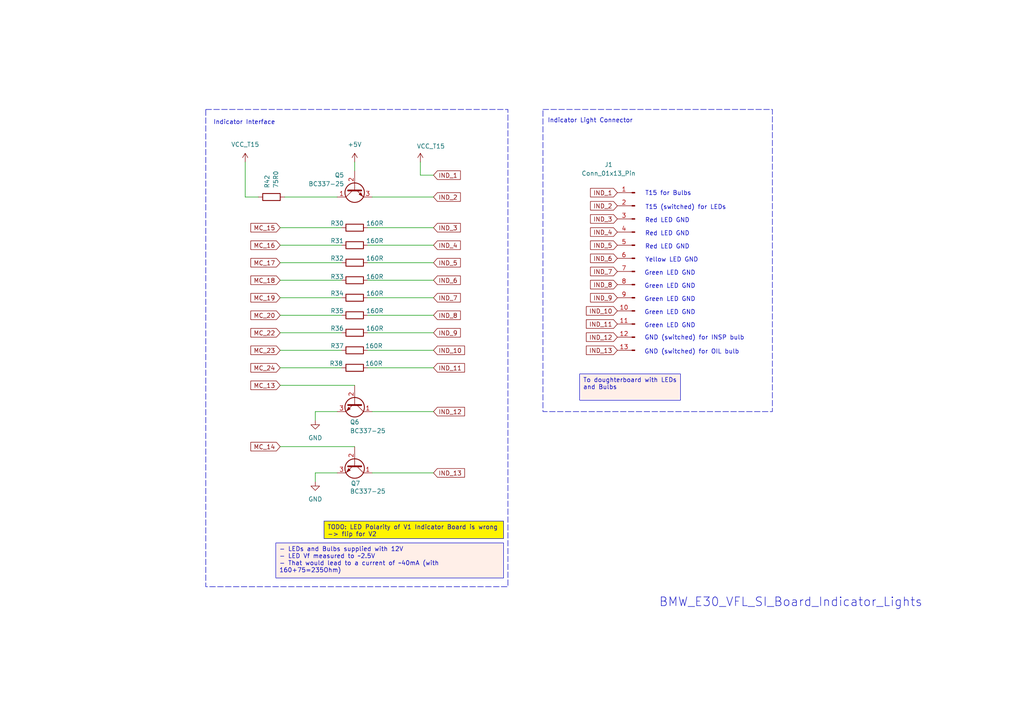
<source format=kicad_sch>
(kicad_sch
	(version 20231120)
	(generator "eeschema")
	(generator_version "8.0")
	(uuid "56518181-8acb-46fe-a753-c2f2479bc2ce")
	(paper "A4")
	(title_block
		(title "BMW E30 Pre-Facelift SI Board")
		(date "2024-06-15")
		(rev "2")
	)
	(lib_symbols
		(symbol "Connector:Conn_01x13_Pin"
			(pin_names
				(offset 1.016) hide)
			(exclude_from_sim no)
			(in_bom yes)
			(on_board yes)
			(property "Reference" "J1"
				(at 3.048 27.686 0)
				(effects
					(font
						(size 1.27 1.27)
					)
				)
			)
			(property "Value" "Conn_01x13_Pin"
				(at 3.048 25.146 0)
				(effects
					(font
						(size 1.27 1.27)
					)
				)
			)
			(property "Footprint" "Connector_PinHeader_2.54mm:PinHeader_1x13_P2.54mm_Vertical"
				(at 0.762 20.32 0)
				(effects
					(font
						(size 1.27 1.27)
					)
					(hide yes)
				)
			)
			(property "Datasheet" "~"
				(at 0 -7.62 0)
				(effects
					(font
						(size 1.27 1.27)
					)
					(hide yes)
				)
			)
			(property "Description" "Generic connector, single row, 01x13, script generated"
				(at 0 18.542 0)
				(effects
					(font
						(size 1.27 1.27)
					)
					(hide yes)
				)
			)
			(property "ki_keywords" "connector"
				(at 0 0 0)
				(effects
					(font
						(size 1.27 1.27)
					)
					(hide yes)
				)
			)
			(property "ki_fp_filters" "Connector*:*_1x??_*"
				(at 0 0 0)
				(effects
					(font
						(size 1.27 1.27)
					)
					(hide yes)
				)
			)
			(symbol "Conn_01x13_Pin_1_1"
				(polyline
					(pts
						(xy 1.27 -30.48) (xy 0.8636 -30.48)
					)
					(stroke
						(width 0.1524)
						(type default)
					)
					(fill
						(type none)
					)
				)
				(polyline
					(pts
						(xy 1.27 -26.67) (xy 0.8636 -26.67)
					)
					(stroke
						(width 0.1524)
						(type default)
					)
					(fill
						(type none)
					)
				)
				(polyline
					(pts
						(xy 1.27 -22.86) (xy 0.8636 -22.86)
					)
					(stroke
						(width 0.1524)
						(type default)
					)
					(fill
						(type none)
					)
				)
				(polyline
					(pts
						(xy 1.27 -19.05) (xy 0.8636 -19.05)
					)
					(stroke
						(width 0.1524)
						(type default)
					)
					(fill
						(type none)
					)
				)
				(polyline
					(pts
						(xy 1.27 -15.24) (xy 0.8636 -15.24)
					)
					(stroke
						(width 0.1524)
						(type default)
					)
					(fill
						(type none)
					)
				)
				(polyline
					(pts
						(xy 1.27 -11.43) (xy 0.8636 -11.43)
					)
					(stroke
						(width 0.1524)
						(type default)
					)
					(fill
						(type none)
					)
				)
				(polyline
					(pts
						(xy 1.27 -7.62) (xy 0.8636 -7.62)
					)
					(stroke
						(width 0.1524)
						(type default)
					)
					(fill
						(type none)
					)
				)
				(polyline
					(pts
						(xy 1.27 -3.81) (xy 0.8636 -3.81)
					)
					(stroke
						(width 0.1524)
						(type default)
					)
					(fill
						(type none)
					)
				)
				(polyline
					(pts
						(xy 1.27 0) (xy 0.8636 0)
					)
					(stroke
						(width 0.1524)
						(type default)
					)
					(fill
						(type none)
					)
				)
				(polyline
					(pts
						(xy 1.27 3.81) (xy 0.8636 3.81)
					)
					(stroke
						(width 0.1524)
						(type default)
					)
					(fill
						(type none)
					)
				)
				(polyline
					(pts
						(xy 1.27 7.62) (xy 0.8636 7.62)
					)
					(stroke
						(width 0.1524)
						(type default)
					)
					(fill
						(type none)
					)
				)
				(polyline
					(pts
						(xy 1.27 11.43) (xy 0.8636 11.43)
					)
					(stroke
						(width 0.1524)
						(type default)
					)
					(fill
						(type none)
					)
				)
				(polyline
					(pts
						(xy 1.27 15.24) (xy 0.8636 15.24)
					)
					(stroke
						(width 0.1524)
						(type default)
					)
					(fill
						(type none)
					)
				)
				(rectangle
					(start 0.8636 -30.353)
					(end 0 -30.607)
					(stroke
						(width 0.1524)
						(type default)
					)
					(fill
						(type outline)
					)
				)
				(rectangle
					(start 0.8636 -26.543)
					(end 0 -26.797)
					(stroke
						(width 0.1524)
						(type default)
					)
					(fill
						(type outline)
					)
				)
				(rectangle
					(start 0.8636 -22.733)
					(end 0 -22.987)
					(stroke
						(width 0.1524)
						(type default)
					)
					(fill
						(type outline)
					)
				)
				(rectangle
					(start 0.8636 -18.923)
					(end 0 -19.177)
					(stroke
						(width 0.1524)
						(type default)
					)
					(fill
						(type outline)
					)
				)
				(rectangle
					(start 0.8636 -15.113)
					(end 0 -15.367)
					(stroke
						(width 0.1524)
						(type default)
					)
					(fill
						(type outline)
					)
				)
				(rectangle
					(start 0.8636 -11.303)
					(end 0 -11.557)
					(stroke
						(width 0.1524)
						(type default)
					)
					(fill
						(type outline)
					)
				)
				(rectangle
					(start 0.8636 -7.493)
					(end 0 -7.747)
					(stroke
						(width 0.1524)
						(type default)
					)
					(fill
						(type outline)
					)
				)
				(rectangle
					(start 0.8636 -3.683)
					(end 0 -3.937)
					(stroke
						(width 0.1524)
						(type default)
					)
					(fill
						(type outline)
					)
				)
				(rectangle
					(start 0.8636 0.127)
					(end 0 -0.127)
					(stroke
						(width 0.1524)
						(type default)
					)
					(fill
						(type outline)
					)
				)
				(rectangle
					(start 0.8636 3.937)
					(end 0 3.683)
					(stroke
						(width 0.1524)
						(type default)
					)
					(fill
						(type outline)
					)
				)
				(rectangle
					(start 0.8636 7.747)
					(end 0 7.493)
					(stroke
						(width 0.1524)
						(type default)
					)
					(fill
						(type outline)
					)
				)
				(rectangle
					(start 0.8636 11.557)
					(end 0 11.303)
					(stroke
						(width 0.1524)
						(type default)
					)
					(fill
						(type outline)
					)
				)
				(rectangle
					(start 0.8636 15.367)
					(end 0 15.113)
					(stroke
						(width 0.1524)
						(type default)
					)
					(fill
						(type outline)
					)
				)
				(pin passive line
					(at 5.08 15.24 180)
					(length 3.81)
					(name "GND_BULB"
						(effects
							(font
								(size 1.27 1.27)
							)
						)
					)
					(number "1"
						(effects
							(font
								(size 1.27 1.27)
							)
						)
					)
				)
				(pin passive line
					(at 5.08 -19.05 180)
					(length 3.81)
					(name "LED_G2"
						(effects
							(font
								(size 1.27 1.27)
							)
						)
					)
					(number "10"
						(effects
							(font
								(size 1.27 1.27)
							)
						)
					)
				)
				(pin passive line
					(at 5.08 -22.86 180)
					(length 3.81)
					(name "LED_G1"
						(effects
							(font
								(size 1.27 1.27)
							)
						)
					)
					(number "11"
						(effects
							(font
								(size 1.27 1.27)
							)
						)
					)
				)
				(pin passive line
					(at 5.08 -26.67 180)
					(length 3.81)
					(name "BULB_INSPECTION"
						(effects
							(font
								(size 1.27 1.27)
							)
						)
					)
					(number "12"
						(effects
							(font
								(size 1.27 1.27)
							)
						)
					)
				)
				(pin passive line
					(at 5.08 -30.48 180)
					(length 3.81)
					(name "BULB_OILSERVICE"
						(effects
							(font
								(size 1.27 1.27)
							)
						)
					)
					(number "13"
						(effects
							(font
								(size 1.27 1.27)
							)
						)
					)
				)
				(pin passive line
					(at 5.08 11.43 180)
					(length 3.81)
					(name "GND_LED"
						(effects
							(font
								(size 1.27 1.27)
							)
						)
					)
					(number "2"
						(effects
							(font
								(size 1.27 1.27)
							)
						)
					)
				)
				(pin passive line
					(at 5.08 7.62 180)
					(length 3.81)
					(name "LED_R3"
						(effects
							(font
								(size 1.27 1.27)
							)
						)
					)
					(number "3"
						(effects
							(font
								(size 1.27 1.27)
							)
						)
					)
				)
				(pin passive line
					(at 5.08 3.81 180)
					(length 3.81)
					(name "LED_R2"
						(effects
							(font
								(size 1.27 1.27)
							)
						)
					)
					(number "4"
						(effects
							(font
								(size 1.27 1.27)
							)
						)
					)
				)
				(pin passive line
					(at 5.08 0 180)
					(length 3.81)
					(name "LED_R1"
						(effects
							(font
								(size 1.27 1.27)
							)
						)
					)
					(number "5"
						(effects
							(font
								(size 1.27 1.27)
							)
						)
					)
				)
				(pin passive line
					(at 5.08 -3.81 180)
					(length 3.81)
					(name "LED_Y"
						(effects
							(font
								(size 1.27 1.27)
							)
						)
					)
					(number "6"
						(effects
							(font
								(size 1.27 1.27)
							)
						)
					)
				)
				(pin passive line
					(at 5.08 -7.62 180)
					(length 3.81)
					(name "LED_G5"
						(effects
							(font
								(size 1.27 1.27)
							)
						)
					)
					(number "7"
						(effects
							(font
								(size 1.27 1.27)
							)
						)
					)
				)
				(pin passive line
					(at 5.08 -11.43 180)
					(length 3.81)
					(name "LED_G4"
						(effects
							(font
								(size 1.27 1.27)
							)
						)
					)
					(number "8"
						(effects
							(font
								(size 1.27 1.27)
							)
						)
					)
				)
				(pin passive line
					(at 5.08 -15.24 180)
					(length 3.81)
					(name "LED_G3"
						(effects
							(font
								(size 1.27 1.27)
							)
						)
					)
					(number "9"
						(effects
							(font
								(size 1.27 1.27)
							)
						)
					)
				)
			)
		)
		(symbol "Device:R"
			(pin_numbers hide)
			(pin_names
				(offset 0)
			)
			(exclude_from_sim no)
			(in_bom yes)
			(on_board yes)
			(property "Reference" "R"
				(at 2.032 0 90)
				(effects
					(font
						(size 1.27 1.27)
					)
				)
			)
			(property "Value" "R"
				(at 0 0 90)
				(effects
					(font
						(size 1.27 1.27)
					)
				)
			)
			(property "Footprint" ""
				(at -1.778 0 90)
				(effects
					(font
						(size 1.27 1.27)
					)
					(hide yes)
				)
			)
			(property "Datasheet" "~"
				(at 0 0 0)
				(effects
					(font
						(size 1.27 1.27)
					)
					(hide yes)
				)
			)
			(property "Description" "Resistor"
				(at 0 0 0)
				(effects
					(font
						(size 1.27 1.27)
					)
					(hide yes)
				)
			)
			(property "ki_keywords" "R res resistor"
				(at 0 0 0)
				(effects
					(font
						(size 1.27 1.27)
					)
					(hide yes)
				)
			)
			(property "ki_fp_filters" "R_*"
				(at 0 0 0)
				(effects
					(font
						(size 1.27 1.27)
					)
					(hide yes)
				)
			)
			(symbol "R_0_1"
				(rectangle
					(start -1.016 -2.54)
					(end 1.016 2.54)
					(stroke
						(width 0.254)
						(type default)
					)
					(fill
						(type none)
					)
				)
			)
			(symbol "R_1_1"
				(pin passive line
					(at 0 3.81 270)
					(length 1.27)
					(name "~"
						(effects
							(font
								(size 1.27 1.27)
							)
						)
					)
					(number "1"
						(effects
							(font
								(size 1.27 1.27)
							)
						)
					)
				)
				(pin passive line
					(at 0 -3.81 90)
					(length 1.27)
					(name "~"
						(effects
							(font
								(size 1.27 1.27)
							)
						)
					)
					(number "2"
						(effects
							(font
								(size 1.27 1.27)
							)
						)
					)
				)
			)
		)
		(symbol "Transistor_BJT:BC337"
			(pin_names
				(offset 0) hide)
			(exclude_from_sim no)
			(in_bom yes)
			(on_board yes)
			(property "Reference" "Q"
				(at 5.08 1.905 0)
				(effects
					(font
						(size 1.27 1.27)
					)
					(justify left)
				)
			)
			(property "Value" "BC337"
				(at 5.08 0 0)
				(effects
					(font
						(size 1.27 1.27)
					)
					(justify left)
				)
			)
			(property "Footprint" "Package_TO_SOT_THT:TO-92_Inline"
				(at 5.08 -1.905 0)
				(effects
					(font
						(size 1.27 1.27)
						(italic yes)
					)
					(justify left)
					(hide yes)
				)
			)
			(property "Datasheet" "https://diotec.com/tl_files/diotec/files/pdf/datasheets/bc337.pdf"
				(at 0 0 0)
				(effects
					(font
						(size 1.27 1.27)
					)
					(justify left)
					(hide yes)
				)
			)
			(property "Description" "0.8A Ic, 45V Vce, NPN Transistor, TO-92"
				(at 0 0 0)
				(effects
					(font
						(size 1.27 1.27)
					)
					(hide yes)
				)
			)
			(property "ki_keywords" "NPN Transistor"
				(at 0 0 0)
				(effects
					(font
						(size 1.27 1.27)
					)
					(hide yes)
				)
			)
			(property "ki_fp_filters" "TO?92*"
				(at 0 0 0)
				(effects
					(font
						(size 1.27 1.27)
					)
					(hide yes)
				)
			)
			(symbol "BC337_0_1"
				(polyline
					(pts
						(xy 0 0) (xy 0.635 0)
					)
					(stroke
						(width 0)
						(type default)
					)
					(fill
						(type none)
					)
				)
				(polyline
					(pts
						(xy 0.635 0.635) (xy 2.54 2.54)
					)
					(stroke
						(width 0)
						(type default)
					)
					(fill
						(type none)
					)
				)
				(polyline
					(pts
						(xy 0.635 -0.635) (xy 2.54 -2.54) (xy 2.54 -2.54)
					)
					(stroke
						(width 0)
						(type default)
					)
					(fill
						(type none)
					)
				)
				(polyline
					(pts
						(xy 0.635 1.905) (xy 0.635 -1.905) (xy 0.635 -1.905)
					)
					(stroke
						(width 0.508)
						(type default)
					)
					(fill
						(type none)
					)
				)
				(polyline
					(pts
						(xy 1.27 -1.778) (xy 1.778 -1.27) (xy 2.286 -2.286) (xy 1.27 -1.778) (xy 1.27 -1.778)
					)
					(stroke
						(width 0)
						(type default)
					)
					(fill
						(type outline)
					)
				)
				(circle
					(center 1.27 0)
					(radius 2.8194)
					(stroke
						(width 0.254)
						(type default)
					)
					(fill
						(type none)
					)
				)
			)
			(symbol "BC337_1_1"
				(pin passive line
					(at 2.54 5.08 270)
					(length 2.54)
					(name "C"
						(effects
							(font
								(size 1.27 1.27)
							)
						)
					)
					(number "1"
						(effects
							(font
								(size 1.27 1.27)
							)
						)
					)
				)
				(pin input line
					(at -5.08 0 0)
					(length 5.08)
					(name "B"
						(effects
							(font
								(size 1.27 1.27)
							)
						)
					)
					(number "2"
						(effects
							(font
								(size 1.27 1.27)
							)
						)
					)
				)
				(pin passive line
					(at 2.54 -5.08 90)
					(length 2.54)
					(name "E"
						(effects
							(font
								(size 1.27 1.27)
							)
						)
					)
					(number "3"
						(effects
							(font
								(size 1.27 1.27)
							)
						)
					)
				)
			)
		)
		(symbol "power:+5V"
			(power)
			(pin_numbers hide)
			(pin_names
				(offset 0) hide)
			(exclude_from_sim no)
			(in_bom yes)
			(on_board yes)
			(property "Reference" "#PWR"
				(at 0 -3.81 0)
				(effects
					(font
						(size 1.27 1.27)
					)
					(hide yes)
				)
			)
			(property "Value" "+5V"
				(at 0 3.556 0)
				(effects
					(font
						(size 1.27 1.27)
					)
				)
			)
			(property "Footprint" ""
				(at 0 0 0)
				(effects
					(font
						(size 1.27 1.27)
					)
					(hide yes)
				)
			)
			(property "Datasheet" ""
				(at 0 0 0)
				(effects
					(font
						(size 1.27 1.27)
					)
					(hide yes)
				)
			)
			(property "Description" "Power symbol creates a global label with name \"+5V\""
				(at 0 0 0)
				(effects
					(font
						(size 1.27 1.27)
					)
					(hide yes)
				)
			)
			(property "ki_keywords" "global power"
				(at 0 0 0)
				(effects
					(font
						(size 1.27 1.27)
					)
					(hide yes)
				)
			)
			(symbol "+5V_0_1"
				(polyline
					(pts
						(xy -0.762 1.27) (xy 0 2.54)
					)
					(stroke
						(width 0)
						(type default)
					)
					(fill
						(type none)
					)
				)
				(polyline
					(pts
						(xy 0 0) (xy 0 2.54)
					)
					(stroke
						(width 0)
						(type default)
					)
					(fill
						(type none)
					)
				)
				(polyline
					(pts
						(xy 0 2.54) (xy 0.762 1.27)
					)
					(stroke
						(width 0)
						(type default)
					)
					(fill
						(type none)
					)
				)
			)
			(symbol "+5V_1_1"
				(pin power_in line
					(at 0 0 90)
					(length 0)
					(name "~"
						(effects
							(font
								(size 1.27 1.27)
							)
						)
					)
					(number "1"
						(effects
							(font
								(size 1.27 1.27)
							)
						)
					)
				)
			)
		)
		(symbol "power:GND"
			(power)
			(pin_numbers hide)
			(pin_names
				(offset 0) hide)
			(exclude_from_sim no)
			(in_bom yes)
			(on_board yes)
			(property "Reference" "#PWR"
				(at 0 -6.35 0)
				(effects
					(font
						(size 1.27 1.27)
					)
					(hide yes)
				)
			)
			(property "Value" "GND"
				(at 0 -3.81 0)
				(effects
					(font
						(size 1.27 1.27)
					)
				)
			)
			(property "Footprint" ""
				(at 0 0 0)
				(effects
					(font
						(size 1.27 1.27)
					)
					(hide yes)
				)
			)
			(property "Datasheet" ""
				(at 0 0 0)
				(effects
					(font
						(size 1.27 1.27)
					)
					(hide yes)
				)
			)
			(property "Description" "Power symbol creates a global label with name \"GND\" , ground"
				(at 0 0 0)
				(effects
					(font
						(size 1.27 1.27)
					)
					(hide yes)
				)
			)
			(property "ki_keywords" "global power"
				(at 0 0 0)
				(effects
					(font
						(size 1.27 1.27)
					)
					(hide yes)
				)
			)
			(symbol "GND_0_1"
				(polyline
					(pts
						(xy 0 0) (xy 0 -1.27) (xy 1.27 -1.27) (xy 0 -2.54) (xy -1.27 -1.27) (xy 0 -1.27)
					)
					(stroke
						(width 0)
						(type default)
					)
					(fill
						(type none)
					)
				)
			)
			(symbol "GND_1_1"
				(pin power_in line
					(at 0 0 270)
					(length 0)
					(name "~"
						(effects
							(font
								(size 1.27 1.27)
							)
						)
					)
					(number "1"
						(effects
							(font
								(size 1.27 1.27)
							)
						)
					)
				)
			)
		)
		(symbol "power:VCC"
			(power)
			(pin_numbers hide)
			(pin_names
				(offset 0) hide)
			(exclude_from_sim no)
			(in_bom yes)
			(on_board yes)
			(property "Reference" "#PWR"
				(at 0 -3.81 0)
				(effects
					(font
						(size 1.27 1.27)
					)
					(hide yes)
				)
			)
			(property "Value" "VCC"
				(at 0 3.556 0)
				(effects
					(font
						(size 1.27 1.27)
					)
				)
			)
			(property "Footprint" ""
				(at 0 0 0)
				(effects
					(font
						(size 1.27 1.27)
					)
					(hide yes)
				)
			)
			(property "Datasheet" ""
				(at 0 0 0)
				(effects
					(font
						(size 1.27 1.27)
					)
					(hide yes)
				)
			)
			(property "Description" "Power symbol creates a global label with name \"VCC\""
				(at 0 0 0)
				(effects
					(font
						(size 1.27 1.27)
					)
					(hide yes)
				)
			)
			(property "ki_keywords" "global power"
				(at 0 0 0)
				(effects
					(font
						(size 1.27 1.27)
					)
					(hide yes)
				)
			)
			(symbol "VCC_0_1"
				(polyline
					(pts
						(xy -0.762 1.27) (xy 0 2.54)
					)
					(stroke
						(width 0)
						(type default)
					)
					(fill
						(type none)
					)
				)
				(polyline
					(pts
						(xy 0 0) (xy 0 2.54)
					)
					(stroke
						(width 0)
						(type default)
					)
					(fill
						(type none)
					)
				)
				(polyline
					(pts
						(xy 0 2.54) (xy 0.762 1.27)
					)
					(stroke
						(width 0)
						(type default)
					)
					(fill
						(type none)
					)
				)
			)
			(symbol "VCC_1_1"
				(pin power_in line
					(at 0 0 90)
					(length 0)
					(name "~"
						(effects
							(font
								(size 1.27 1.27)
							)
						)
					)
					(number "1"
						(effects
							(font
								(size 1.27 1.27)
							)
						)
					)
				)
			)
		)
	)
	(wire
		(pts
			(xy 107.95 119.38) (xy 125.73 119.38)
		)
		(stroke
			(width 0)
			(type default)
		)
		(uuid "0ad8b2d0-0980-4f61-98c9-7aa8bbf9e1f8")
	)
	(wire
		(pts
			(xy 106.68 96.52) (xy 125.73 96.52)
		)
		(stroke
			(width 0)
			(type default)
		)
		(uuid "136a7fb5-b7e5-4391-aabd-9be64de7e9be")
	)
	(wire
		(pts
			(xy 82.55 57.15) (xy 97.79 57.15)
		)
		(stroke
			(width 0)
			(type default)
		)
		(uuid "15ed0654-c0d4-486a-a94c-a084610750c1")
	)
	(wire
		(pts
			(xy 71.12 57.15) (xy 74.93 57.15)
		)
		(stroke
			(width 0)
			(type default)
		)
		(uuid "3168be44-20da-42ea-9da5-a22b7db08557")
	)
	(wire
		(pts
			(xy 81.28 91.44) (xy 99.06 91.44)
		)
		(stroke
			(width 0)
			(type default)
		)
		(uuid "368d5191-d16a-4f62-87a4-b6db2106e7e6")
	)
	(wire
		(pts
			(xy 106.68 66.04) (xy 125.73 66.04)
		)
		(stroke
			(width 0)
			(type default)
		)
		(uuid "3a87217a-0e4d-4c85-b224-211d6a59ecf9")
	)
	(wire
		(pts
			(xy 81.28 66.04) (xy 99.06 66.04)
		)
		(stroke
			(width 0)
			(type default)
		)
		(uuid "3d8f8241-bccf-4d72-babf-f92029a16d7c")
	)
	(wire
		(pts
			(xy 81.28 96.52) (xy 99.06 96.52)
		)
		(stroke
			(width 0)
			(type default)
		)
		(uuid "41c65992-ccb2-4d53-b2b6-82b094221b3b")
	)
	(wire
		(pts
			(xy 81.28 129.54) (xy 102.87 129.54)
		)
		(stroke
			(width 0)
			(type default)
		)
		(uuid "4802e7aa-0010-43f6-b786-f5b93ea6c3f7")
	)
	(wire
		(pts
			(xy 106.68 81.28) (xy 125.73 81.28)
		)
		(stroke
			(width 0)
			(type default)
		)
		(uuid "60c21e26-53f7-4304-8b5b-697a88822639")
	)
	(wire
		(pts
			(xy 91.44 119.38) (xy 91.44 121.92)
		)
		(stroke
			(width 0)
			(type default)
		)
		(uuid "62bd0ca3-10e8-4cbe-a194-24748f8103f1")
	)
	(wire
		(pts
			(xy 97.79 137.16) (xy 91.44 137.16)
		)
		(stroke
			(width 0)
			(type default)
		)
		(uuid "7726d92b-e9bc-4884-a6ef-ebf9d444a89d")
	)
	(wire
		(pts
			(xy 81.28 86.36) (xy 99.06 86.36)
		)
		(stroke
			(width 0)
			(type default)
		)
		(uuid "79790e2f-3ef0-4e33-918e-f21c081ea700")
	)
	(wire
		(pts
			(xy 81.28 76.2) (xy 99.06 76.2)
		)
		(stroke
			(width 0)
			(type default)
		)
		(uuid "7ccee2d7-98cb-4fcc-bcb7-b4ea8911c8e2")
	)
	(wire
		(pts
			(xy 107.95 137.16) (xy 125.73 137.16)
		)
		(stroke
			(width 0)
			(type default)
		)
		(uuid "8192ef4a-8a1c-4280-ab55-63beef90a2dc")
	)
	(wire
		(pts
			(xy 121.92 50.8) (xy 121.92 46.99)
		)
		(stroke
			(width 0)
			(type default)
		)
		(uuid "8253febc-890c-40be-bffa-5011a5cd2b05")
	)
	(wire
		(pts
			(xy 81.28 81.28) (xy 99.06 81.28)
		)
		(stroke
			(width 0)
			(type default)
		)
		(uuid "86945329-6a0c-48ca-9119-8bafe840ddfd")
	)
	(wire
		(pts
			(xy 106.68 86.36) (xy 125.73 86.36)
		)
		(stroke
			(width 0)
			(type default)
		)
		(uuid "8b374c63-bb4d-4718-aa82-992ba043f005")
	)
	(wire
		(pts
			(xy 106.68 106.68) (xy 125.73 106.68)
		)
		(stroke
			(width 0)
			(type default)
		)
		(uuid "8f8d1d3d-b0a1-4d6b-8abe-8595d22fb5c0")
	)
	(wire
		(pts
			(xy 106.68 71.12) (xy 125.73 71.12)
		)
		(stroke
			(width 0)
			(type default)
		)
		(uuid "95e50f84-35c5-4a3f-97cc-e5e4e9ff107d")
	)
	(wire
		(pts
			(xy 81.28 101.6) (xy 99.06 101.6)
		)
		(stroke
			(width 0)
			(type default)
		)
		(uuid "a242f5fe-2a45-41df-a1ef-d892ce14e2f9")
	)
	(wire
		(pts
			(xy 106.68 91.44) (xy 125.73 91.44)
		)
		(stroke
			(width 0)
			(type default)
		)
		(uuid "a8f171ef-7881-42e7-968e-9b0cc7b0d59c")
	)
	(wire
		(pts
			(xy 81.28 71.12) (xy 99.06 71.12)
		)
		(stroke
			(width 0)
			(type default)
		)
		(uuid "b3921ff8-430c-4439-ab47-b840b6b75051")
	)
	(wire
		(pts
			(xy 107.95 57.15) (xy 125.73 57.15)
		)
		(stroke
			(width 0)
			(type default)
		)
		(uuid "c83f74f5-82a1-472b-a6eb-639d26d3eb85")
	)
	(wire
		(pts
			(xy 106.68 76.2) (xy 125.73 76.2)
		)
		(stroke
			(width 0)
			(type default)
		)
		(uuid "ccbabd58-52ca-4057-b4ca-3ce3d2a5d538")
	)
	(wire
		(pts
			(xy 81.28 106.68) (xy 99.06 106.68)
		)
		(stroke
			(width 0)
			(type default)
		)
		(uuid "d3b1ffd6-c1a0-4645-9d41-d5a497cd67a0")
	)
	(wire
		(pts
			(xy 121.92 50.8) (xy 125.73 50.8)
		)
		(stroke
			(width 0)
			(type default)
		)
		(uuid "deeab47a-d13e-4723-a685-3e1310f4fd53")
	)
	(wire
		(pts
			(xy 106.68 101.6) (xy 125.73 101.6)
		)
		(stroke
			(width 0)
			(type default)
		)
		(uuid "e5707f22-d90f-47a9-9ec6-c1e3f99dec23")
	)
	(wire
		(pts
			(xy 71.12 46.99) (xy 71.12 57.15)
		)
		(stroke
			(width 0)
			(type default)
		)
		(uuid "e902b336-d02a-48fa-a0d2-f10a1bae3007")
	)
	(wire
		(pts
			(xy 91.44 119.38) (xy 97.79 119.38)
		)
		(stroke
			(width 0)
			(type default)
		)
		(uuid "ed6c95f5-2399-4286-9747-f6165b70afd9")
	)
	(wire
		(pts
			(xy 81.28 111.76) (xy 102.87 111.76)
		)
		(stroke
			(width 0)
			(type default)
		)
		(uuid "f80dc7f6-36a7-4016-b413-f6a0bc0c42b0")
	)
	(wire
		(pts
			(xy 91.44 137.16) (xy 91.44 139.7)
		)
		(stroke
			(width 0)
			(type default)
		)
		(uuid "f96371a4-ccfc-43ee-847a-f8a8077b5d40")
	)
	(wire
		(pts
			(xy 102.87 46.99) (xy 102.87 49.53)
		)
		(stroke
			(width 0)
			(type default)
		)
		(uuid "fdeaa2ac-86c6-4fa7-b742-12bfe9fa60cd")
	)
	(rectangle
		(start 157.48 31.75)
		(end 224.028 119.38)
		(stroke
			(width 0)
			(type dash)
		)
		(fill
			(type none)
		)
		(uuid 046f71bb-e16f-4451-a5b7-350c2fe4bdbe)
	)
	(rectangle
		(start 59.69 31.75)
		(end 147.32 170.18)
		(stroke
			(width 0)
			(type dash)
		)
		(fill
			(type none)
		)
		(uuid 611be2a0-707a-4234-abe9-61fd667303f3)
	)
	(text_box "TODO: LED Polarity of V1 Indicator Board is wrong \n-> flip for V2"
		(exclude_from_sim no)
		(at 93.98 151.13 0)
		(size 52.07 5.08)
		(stroke
			(width 0)
			(type default)
		)
		(fill
			(type color)
			(color 255 244 0 1)
		)
		(effects
			(font
				(size 1.27 1.27)
			)
			(justify left top)
		)
		(uuid "84c3434a-7177-454a-b0af-89b1be5ad7b9")
	)
	(text_box "To doughterboard with LEDs and Bulbs"
		(exclude_from_sim no)
		(at 168.148 108.458 0)
		(size 29.21 7.62)
		(stroke
			(width 0)
			(type default)
		)
		(fill
			(type color)
			(color 255 239 232 1)
		)
		(effects
			(font
				(size 1.27 1.27)
			)
			(justify left top)
		)
		(uuid "dac20b14-005c-4666-af12-1e79e2510d92")
	)
	(text_box "- LEDs and Bulbs supplied with 12V\n- LED Vf measured to ~2.5V\n- That would lead to a current of ~40mA (with 160+75=235Ohm)"
		(exclude_from_sim no)
		(at 80.01 157.48 0)
		(size 66.04 10.16)
		(stroke
			(width 0)
			(type default)
		)
		(fill
			(type color)
			(color 255 239 232 1)
		)
		(effects
			(font
				(size 1.27 1.27)
			)
			(justify left top)
		)
		(uuid "e321241d-5a40-4526-863f-5b2650f8a613")
	)
	(text "Indicator Interface\n"
		(exclude_from_sim no)
		(at 70.866 35.56 0)
		(effects
			(font
				(size 1.27 1.27)
			)
		)
		(uuid "0cb22d61-ca4c-4999-833c-f6a062ac6d89")
	)
	(text "Indicator Light Connector"
		(exclude_from_sim no)
		(at 171.196 35.052 0)
		(effects
			(font
				(size 1.27 1.27)
			)
		)
		(uuid "0e53c823-6676-43a1-b24f-b4e486b9d552")
	)
	(text "GND (switched) for INSP bulb"
		(exclude_from_sim no)
		(at 201.422 98.044 0)
		(effects
			(font
				(size 1.27 1.27)
			)
		)
		(uuid "13157ea6-675d-4255-afb9-fe8e61e1ef35")
	)
	(text "Green LED GND"
		(exclude_from_sim no)
		(at 194.31 86.868 0)
		(effects
			(font
				(size 1.27 1.27)
			)
		)
		(uuid "1c69a037-dabc-4caa-98b6-3ff71068073f")
	)
	(text "GND (switched) for OIL bulb"
		(exclude_from_sim no)
		(at 200.66 102.108 0)
		(effects
			(font
				(size 1.27 1.27)
			)
		)
		(uuid "425c09fc-caa5-4026-8adb-b356f98db8f3")
	)
	(text "BMW_E30_VFL_SI_Board_Indicator_Lights"
		(exclude_from_sim no)
		(at 229.362 174.752 0)
		(effects
			(font
				(size 2.54 2.54)
			)
		)
		(uuid "5e3eb494-49d5-4a0c-bfb9-ebeffe941eb0")
	)
	(text "Green LED GND"
		(exclude_from_sim no)
		(at 194.31 90.678 0)
		(effects
			(font
				(size 1.27 1.27)
			)
		)
		(uuid "71eadfa1-ebea-46e8-b616-7256492e76d2")
	)
	(text "Red LED GND\n"
		(exclude_from_sim no)
		(at 193.548 67.818 0)
		(effects
			(font
				(size 1.27 1.27)
			)
		)
		(uuid "773e661d-50c9-47c0-a541-30aefa7b7b68")
	)
	(text "Yellow LED GND"
		(exclude_from_sim no)
		(at 194.818 75.438 0)
		(effects
			(font
				(size 1.27 1.27)
			)
		)
		(uuid "7a92961b-fd39-490c-9fae-621eb3f377dc")
	)
	(text "Green LED GND"
		(exclude_from_sim no)
		(at 194.31 79.248 0)
		(effects
			(font
				(size 1.27 1.27)
			)
		)
		(uuid "af1c15b0-100f-4888-a28c-1bbc92b9837a")
	)
	(text "T15 (switched) for LEDs"
		(exclude_from_sim no)
		(at 198.882 60.198 0)
		(effects
			(font
				(size 1.27 1.27)
			)
		)
		(uuid "ba1a4a7b-9338-4fc0-b00b-9b5c3174bfe3")
	)
	(text "Green LED GND"
		(exclude_from_sim no)
		(at 194.31 83.058 0)
		(effects
			(font
				(size 1.27 1.27)
			)
		)
		(uuid "c6b482e9-4ad4-4494-a756-7a0f967b4717")
	)
	(text "Red LED GND\n"
		(exclude_from_sim no)
		(at 193.548 71.628 0)
		(effects
			(font
				(size 1.27 1.27)
			)
		)
		(uuid "ce2f8a58-9d8d-4b71-b984-bc1e9d91488d")
	)
	(text "Red LED GND\n"
		(exclude_from_sim no)
		(at 193.548 64.008 0)
		(effects
			(font
				(size 1.27 1.27)
			)
		)
		(uuid "d1729293-aa3e-4b38-a135-bfaac979453f")
	)
	(text "T15 for Bulbs\n"
		(exclude_from_sim no)
		(at 193.802 56.134 0)
		(effects
			(font
				(size 1.27 1.27)
			)
		)
		(uuid "e2e87072-35d9-4ee5-a841-7b5b40a6c43f")
	)
	(text "Green LED GND"
		(exclude_from_sim no)
		(at 194.31 94.488 0)
		(effects
			(font
				(size 1.27 1.27)
			)
		)
		(uuid "f35d5300-afd5-4195-b27a-36b0a955d5f2")
	)
	(global_label "IND_8"
		(shape input)
		(at 179.07 82.55 180)
		(fields_autoplaced yes)
		(effects
			(font
				(size 1.27 1.27)
			)
			(justify right)
		)
		(uuid "172c9082-29c1-42fa-ac58-02132947f6c2")
		(property "Intersheetrefs" "${INTERSHEET_REFS}"
			(at 170.7024 82.55 0)
			(effects
				(font
					(size 1.27 1.27)
				)
				(justify right)
				(hide yes)
			)
		)
	)
	(global_label "IND_1"
		(shape input)
		(at 125.73 50.8 0)
		(fields_autoplaced yes)
		(effects
			(font
				(size 1.27 1.27)
			)
			(justify left)
		)
		(uuid "1a172629-d2ca-4228-88f1-7edb16b6bc95")
		(property "Intersheetrefs" "${INTERSHEET_REFS}"
			(at 134.0976 50.8 0)
			(effects
				(font
					(size 1.27 1.27)
				)
				(justify left)
				(hide yes)
			)
		)
	)
	(global_label "IND_7"
		(shape input)
		(at 125.73 86.36 0)
		(fields_autoplaced yes)
		(effects
			(font
				(size 1.27 1.27)
			)
			(justify left)
		)
		(uuid "1e5bde58-afe8-4915-8eb5-be6928d32163")
		(property "Intersheetrefs" "${INTERSHEET_REFS}"
			(at 134.0976 86.36 0)
			(effects
				(font
					(size 1.27 1.27)
				)
				(justify left)
				(hide yes)
			)
		)
	)
	(global_label "IND_4"
		(shape input)
		(at 125.73 71.12 0)
		(fields_autoplaced yes)
		(effects
			(font
				(size 1.27 1.27)
			)
			(justify left)
		)
		(uuid "2227c976-9fda-476d-8010-914d264aa5fd")
		(property "Intersheetrefs" "${INTERSHEET_REFS}"
			(at 134.0976 71.12 0)
			(effects
				(font
					(size 1.27 1.27)
				)
				(justify left)
				(hide yes)
			)
		)
	)
	(global_label "IND_2"
		(shape input)
		(at 179.07 59.69 180)
		(fields_autoplaced yes)
		(effects
			(font
				(size 1.27 1.27)
			)
			(justify right)
		)
		(uuid "2ea4f95f-c386-4e0c-ab42-013f19158d31")
		(property "Intersheetrefs" "${INTERSHEET_REFS}"
			(at 170.7024 59.69 0)
			(effects
				(font
					(size 1.27 1.27)
				)
				(justify right)
				(hide yes)
			)
		)
	)
	(global_label "IND_10"
		(shape input)
		(at 179.07 90.17 180)
		(fields_autoplaced yes)
		(effects
			(font
				(size 1.27 1.27)
			)
			(justify right)
		)
		(uuid "37e457b9-bb09-4757-b7e9-79cded042cca")
		(property "Intersheetrefs" "${INTERSHEET_REFS}"
			(at 169.4929 90.17 0)
			(effects
				(font
					(size 1.27 1.27)
				)
				(justify right)
				(hide yes)
			)
		)
	)
	(global_label "IND_7"
		(shape input)
		(at 179.07 78.74 180)
		(fields_autoplaced yes)
		(effects
			(font
				(size 1.27 1.27)
			)
			(justify right)
		)
		(uuid "3a104116-4af8-43c9-a989-9740db1d9d93")
		(property "Intersheetrefs" "${INTERSHEET_REFS}"
			(at 170.7024 78.74 0)
			(effects
				(font
					(size 1.27 1.27)
				)
				(justify right)
				(hide yes)
			)
		)
	)
	(global_label "IND_9"
		(shape input)
		(at 179.07 86.36 180)
		(fields_autoplaced yes)
		(effects
			(font
				(size 1.27 1.27)
			)
			(justify right)
		)
		(uuid "3b530f67-6580-4019-b8a7-515931af7974")
		(property "Intersheetrefs" "${INTERSHEET_REFS}"
			(at 170.7024 86.36 0)
			(effects
				(font
					(size 1.27 1.27)
				)
				(justify right)
				(hide yes)
			)
		)
	)
	(global_label "IND_5"
		(shape input)
		(at 125.73 76.2 0)
		(fields_autoplaced yes)
		(effects
			(font
				(size 1.27 1.27)
			)
			(justify left)
		)
		(uuid "3e161812-76dc-4f0c-8072-5ed786c69aa3")
		(property "Intersheetrefs" "${INTERSHEET_REFS}"
			(at 134.0976 76.2 0)
			(effects
				(font
					(size 1.27 1.27)
				)
				(justify left)
				(hide yes)
			)
		)
	)
	(global_label "MC_15"
		(shape input)
		(at 81.28 66.04 180)
		(fields_autoplaced yes)
		(effects
			(font
				(size 1.27 1.27)
			)
			(justify right)
		)
		(uuid "3e9a9a12-dbfa-4deb-a7f0-189c0ba84af6")
		(property "Intersheetrefs" "${INTERSHEET_REFS}"
			(at 72.1868 66.04 0)
			(effects
				(font
					(size 1.27 1.27)
				)
				(justify right)
				(hide yes)
			)
		)
	)
	(global_label "IND_2"
		(shape input)
		(at 125.73 57.15 0)
		(fields_autoplaced yes)
		(effects
			(font
				(size 1.27 1.27)
			)
			(justify left)
		)
		(uuid "473a3d1d-e066-426d-869b-208b85b49e78")
		(property "Intersheetrefs" "${INTERSHEET_REFS}"
			(at 134.0976 57.15 0)
			(effects
				(font
					(size 1.27 1.27)
				)
				(justify left)
				(hide yes)
			)
		)
	)
	(global_label "MC_22"
		(shape input)
		(at 81.28 96.52 180)
		(fields_autoplaced yes)
		(effects
			(font
				(size 1.27 1.27)
			)
			(justify right)
		)
		(uuid "4d62a641-8115-4c1b-8872-7c2f92802851")
		(property "Intersheetrefs" "${INTERSHEET_REFS}"
			(at 72.1868 96.52 0)
			(effects
				(font
					(size 1.27 1.27)
				)
				(justify right)
				(hide yes)
			)
		)
	)
	(global_label "MC_14"
		(shape input)
		(at 81.28 129.54 180)
		(fields_autoplaced yes)
		(effects
			(font
				(size 1.27 1.27)
			)
			(justify right)
		)
		(uuid "540b6a3a-9367-44b8-be79-b58fd0e92920")
		(property "Intersheetrefs" "${INTERSHEET_REFS}"
			(at 72.1868 129.54 0)
			(effects
				(font
					(size 1.27 1.27)
				)
				(justify right)
				(hide yes)
			)
		)
	)
	(global_label "IND_11"
		(shape input)
		(at 125.73 106.68 0)
		(fields_autoplaced yes)
		(effects
			(font
				(size 1.27 1.27)
			)
			(justify left)
		)
		(uuid "60d38fdb-37e1-4528-80b8-1f26dbd5ef67")
		(property "Intersheetrefs" "${INTERSHEET_REFS}"
			(at 135.3071 106.68 0)
			(effects
				(font
					(size 1.27 1.27)
				)
				(justify left)
				(hide yes)
			)
		)
	)
	(global_label "IND_3"
		(shape input)
		(at 125.73 66.04 0)
		(fields_autoplaced yes)
		(effects
			(font
				(size 1.27 1.27)
			)
			(justify left)
		)
		(uuid "6bb1ad0e-5d12-4132-a652-f1e55bcc9bbb")
		(property "Intersheetrefs" "${INTERSHEET_REFS}"
			(at 134.0976 66.04 0)
			(effects
				(font
					(size 1.27 1.27)
				)
				(justify left)
				(hide yes)
			)
		)
	)
	(global_label "IND_6"
		(shape input)
		(at 125.73 81.28 0)
		(fields_autoplaced yes)
		(effects
			(font
				(size 1.27 1.27)
			)
			(justify left)
		)
		(uuid "6e511034-6ed0-4e71-a5de-da84a3e2f3a2")
		(property "Intersheetrefs" "${INTERSHEET_REFS}"
			(at 134.0976 81.28 0)
			(effects
				(font
					(size 1.27 1.27)
				)
				(justify left)
				(hide yes)
			)
		)
	)
	(global_label "MC_19"
		(shape input)
		(at 81.28 86.36 180)
		(fields_autoplaced yes)
		(effects
			(font
				(size 1.27 1.27)
			)
			(justify right)
		)
		(uuid "7d1c5231-695f-4f9c-8bde-ed89a192e7d9")
		(property "Intersheetrefs" "${INTERSHEET_REFS}"
			(at 72.1868 86.36 0)
			(effects
				(font
					(size 1.27 1.27)
				)
				(justify right)
				(hide yes)
			)
		)
	)
	(global_label "IND_6"
		(shape input)
		(at 179.07 74.93 180)
		(fields_autoplaced yes)
		(effects
			(font
				(size 1.27 1.27)
			)
			(justify right)
		)
		(uuid "82f17517-1cd0-4481-94cd-f58feb947a52")
		(property "Intersheetrefs" "${INTERSHEET_REFS}"
			(at 170.7024 74.93 0)
			(effects
				(font
					(size 1.27 1.27)
				)
				(justify right)
				(hide yes)
			)
		)
	)
	(global_label "IND_13"
		(shape input)
		(at 125.73 137.16 0)
		(fields_autoplaced yes)
		(effects
			(font
				(size 1.27 1.27)
			)
			(justify left)
		)
		(uuid "8c4cedf7-bef4-4dc4-8629-fab21eff717f")
		(property "Intersheetrefs" "${INTERSHEET_REFS}"
			(at 135.3071 137.16 0)
			(effects
				(font
					(size 1.27 1.27)
				)
				(justify left)
				(hide yes)
			)
		)
	)
	(global_label "IND_11"
		(shape input)
		(at 179.07 93.98 180)
		(fields_autoplaced yes)
		(effects
			(font
				(size 1.27 1.27)
			)
			(justify right)
		)
		(uuid "930b8f2e-35ae-4756-8185-7f3d4ea25617")
		(property "Intersheetrefs" "${INTERSHEET_REFS}"
			(at 169.4929 93.98 0)
			(effects
				(font
					(size 1.27 1.27)
				)
				(justify right)
				(hide yes)
			)
		)
	)
	(global_label "IND_3"
		(shape input)
		(at 179.07 63.5 180)
		(fields_autoplaced yes)
		(effects
			(font
				(size 1.27 1.27)
			)
			(justify right)
		)
		(uuid "9647ecd4-2768-46b8-a8b5-90cb5edb9712")
		(property "Intersheetrefs" "${INTERSHEET_REFS}"
			(at 170.7024 63.5 0)
			(effects
				(font
					(size 1.27 1.27)
				)
				(justify right)
				(hide yes)
			)
		)
	)
	(global_label "MC_18"
		(shape input)
		(at 81.28 81.28 180)
		(fields_autoplaced yes)
		(effects
			(font
				(size 1.27 1.27)
			)
			(justify right)
		)
		(uuid "97e73bf6-7849-4b5c-9ef3-f73056933385")
		(property "Intersheetrefs" "${INTERSHEET_REFS}"
			(at 72.1868 81.28 0)
			(effects
				(font
					(size 1.27 1.27)
				)
				(justify right)
				(hide yes)
			)
		)
	)
	(global_label "MC_20"
		(shape input)
		(at 81.28 91.44 180)
		(fields_autoplaced yes)
		(effects
			(font
				(size 1.27 1.27)
			)
			(justify right)
		)
		(uuid "ac4521da-4104-4438-84c8-55b3ae002546")
		(property "Intersheetrefs" "${INTERSHEET_REFS}"
			(at 72.1868 91.44 0)
			(effects
				(font
					(size 1.27 1.27)
				)
				(justify right)
				(hide yes)
			)
		)
	)
	(global_label "IND_8"
		(shape input)
		(at 125.73 91.44 0)
		(fields_autoplaced yes)
		(effects
			(font
				(size 1.27 1.27)
			)
			(justify left)
		)
		(uuid "aec7ef17-de96-4c2d-8f1b-cc5dddf0d900")
		(property "Intersheetrefs" "${INTERSHEET_REFS}"
			(at 134.0976 91.44 0)
			(effects
				(font
					(size 1.27 1.27)
				)
				(justify left)
				(hide yes)
			)
		)
	)
	(global_label "IND_10"
		(shape input)
		(at 125.73 101.6 0)
		(fields_autoplaced yes)
		(effects
			(font
				(size 1.27 1.27)
			)
			(justify left)
		)
		(uuid "b1561a3d-d061-486e-9e04-15b11cf904ca")
		(property "Intersheetrefs" "${INTERSHEET_REFS}"
			(at 135.3071 101.6 0)
			(effects
				(font
					(size 1.27 1.27)
				)
				(justify left)
				(hide yes)
			)
		)
	)
	(global_label "IND_9"
		(shape input)
		(at 125.73 96.52 0)
		(fields_autoplaced yes)
		(effects
			(font
				(size 1.27 1.27)
			)
			(justify left)
		)
		(uuid "b3a1e3f2-437a-4649-b1ee-8290d360b2d5")
		(property "Intersheetrefs" "${INTERSHEET_REFS}"
			(at 134.0976 96.52 0)
			(effects
				(font
					(size 1.27 1.27)
				)
				(justify left)
				(hide yes)
			)
		)
	)
	(global_label "MC_23"
		(shape input)
		(at 81.28 101.6 180)
		(fields_autoplaced yes)
		(effects
			(font
				(size 1.27 1.27)
			)
			(justify right)
		)
		(uuid "c17e5b3c-820b-4ae0-8746-f607d0b7b9de")
		(property "Intersheetrefs" "${INTERSHEET_REFS}"
			(at 72.1868 101.6 0)
			(effects
				(font
					(size 1.27 1.27)
				)
				(justify right)
				(hide yes)
			)
		)
	)
	(global_label "MC_24"
		(shape input)
		(at 81.28 106.68 180)
		(fields_autoplaced yes)
		(effects
			(font
				(size 1.27 1.27)
			)
			(justify right)
		)
		(uuid "c57aa351-ba95-47c0-a797-49e0cffb51eb")
		(property "Intersheetrefs" "${INTERSHEET_REFS}"
			(at 72.1868 106.68 0)
			(effects
				(font
					(size 1.27 1.27)
				)
				(justify right)
				(hide yes)
			)
		)
	)
	(global_label "IND_12"
		(shape input)
		(at 179.07 97.79 180)
		(fields_autoplaced yes)
		(effects
			(font
				(size 1.27 1.27)
			)
			(justify right)
		)
		(uuid "cc56431b-8d8d-4d4f-82ab-c50959d859bd")
		(property "Intersheetrefs" "${INTERSHEET_REFS}"
			(at 169.4929 97.79 0)
			(effects
				(font
					(size 1.27 1.27)
				)
				(justify right)
				(hide yes)
			)
		)
	)
	(global_label "IND_13"
		(shape input)
		(at 179.07 101.6 180)
		(fields_autoplaced yes)
		(effects
			(font
				(size 1.27 1.27)
			)
			(justify right)
		)
		(uuid "cdbc188a-565f-4bf6-8f68-f68eecff5139")
		(property "Intersheetrefs" "${INTERSHEET_REFS}"
			(at 169.4929 101.6 0)
			(effects
				(font
					(size 1.27 1.27)
				)
				(justify right)
				(hide yes)
			)
		)
	)
	(global_label "IND_4"
		(shape input)
		(at 179.07 67.31 180)
		(fields_autoplaced yes)
		(effects
			(font
				(size 1.27 1.27)
			)
			(justify right)
		)
		(uuid "d0b3bd95-339d-4b91-9017-056eff7f34a4")
		(property "Intersheetrefs" "${INTERSHEET_REFS}"
			(at 170.7024 67.31 0)
			(effects
				(font
					(size 1.27 1.27)
				)
				(justify right)
				(hide yes)
			)
		)
	)
	(global_label "IND_5"
		(shape input)
		(at 179.07 71.12 180)
		(fields_autoplaced yes)
		(effects
			(font
				(size 1.27 1.27)
			)
			(justify right)
		)
		(uuid "dbb3d198-899c-4b31-a4a0-b749f8280467")
		(property "Intersheetrefs" "${INTERSHEET_REFS}"
			(at 170.7024 71.12 0)
			(effects
				(font
					(size 1.27 1.27)
				)
				(justify right)
				(hide yes)
			)
		)
	)
	(global_label "MC_17"
		(shape input)
		(at 81.28 76.2 180)
		(fields_autoplaced yes)
		(effects
			(font
				(size 1.27 1.27)
			)
			(justify right)
		)
		(uuid "ebb3096e-b3c2-46e0-9db9-80971b77832f")
		(property "Intersheetrefs" "${INTERSHEET_REFS}"
			(at 72.1868 76.2 0)
			(effects
				(font
					(size 1.27 1.27)
				)
				(justify right)
				(hide yes)
			)
		)
	)
	(global_label "MC_13"
		(shape input)
		(at 81.28 111.76 180)
		(fields_autoplaced yes)
		(effects
			(font
				(size 1.27 1.27)
			)
			(justify right)
		)
		(uuid "f0ac220e-9134-4878-8f88-4e6f55b26e6c")
		(property "Intersheetrefs" "${INTERSHEET_REFS}"
			(at 72.1868 111.76 0)
			(effects
				(font
					(size 1.27 1.27)
				)
				(justify right)
				(hide yes)
			)
		)
	)
	(global_label "IND_1"
		(shape input)
		(at 179.07 55.88 180)
		(fields_autoplaced yes)
		(effects
			(font
				(size 1.27 1.27)
			)
			(justify right)
		)
		(uuid "f4052d05-87f9-437d-92f5-9ad17b5ad0d9")
		(property "Intersheetrefs" "${INTERSHEET_REFS}"
			(at 170.7024 55.88 0)
			(effects
				(font
					(size 1.27 1.27)
				)
				(justify right)
				(hide yes)
			)
		)
	)
	(global_label "IND_12"
		(shape input)
		(at 125.73 119.38 0)
		(fields_autoplaced yes)
		(effects
			(font
				(size 1.27 1.27)
			)
			(justify left)
		)
		(uuid "f62b5119-f90e-448c-99f6-fd2a90dde957")
		(property "Intersheetrefs" "${INTERSHEET_REFS}"
			(at 135.3071 119.38 0)
			(effects
				(font
					(size 1.27 1.27)
				)
				(justify left)
				(hide yes)
			)
		)
	)
	(global_label "MC_16"
		(shape input)
		(at 81.28 71.12 180)
		(fields_autoplaced yes)
		(effects
			(font
				(size 1.27 1.27)
			)
			(justify right)
		)
		(uuid "fb80237d-f7c1-42f6-bff8-8d2bd3d2a08a")
		(property "Intersheetrefs" "${INTERSHEET_REFS}"
			(at 72.1868 71.12 0)
			(effects
				(font
					(size 1.27 1.27)
				)
				(justify right)
				(hide yes)
			)
		)
	)
	(symbol
		(lib_id "Device:R")
		(at 102.87 81.28 270)
		(unit 1)
		(exclude_from_sim no)
		(in_bom yes)
		(on_board yes)
		(dnp no)
		(uuid "0743949d-028b-48fd-bb79-9ce7dfa1d6db")
		(property "Reference" "R33"
			(at 97.79 80.264 90)
			(effects
				(font
					(size 1.27 1.27)
				)
			)
		)
		(property "Value" "160R"
			(at 108.712 80.264 90)
			(effects
				(font
					(size 1.27 1.27)
				)
			)
		)
		(property "Footprint" "Footprint_Library_Custom:R_Axial_DIN0207_L6.3mm_D2.5mm_P10.16mm_Horizontal"
			(at 102.87 79.502 90)
			(effects
				(font
					(size 1.27 1.27)
				)
				(hide yes)
			)
		)
		(property "Datasheet" "~"
			(at 102.87 81.28 0)
			(effects
				(font
					(size 1.27 1.27)
				)
				(hide yes)
			)
		)
		(property "Description" "Resistor"
			(at 102.87 81.28 0)
			(effects
				(font
					(size 1.27 1.27)
				)
				(hide yes)
			)
		)
		(pin "2"
			(uuid "e83e1344-e2ca-45df-a8c2-4a1241124ea4")
		)
		(pin "1"
			(uuid "acf81470-a6cf-4401-b40f-32ae71bf5f05")
		)
		(instances
			(project "BMW E30 VFL SI Board V2"
				(path "/b9f8b657-f23f-4f46-b33b-c9c07ea00dca/6ab6acf9-4780-467c-9f6a-c9ea57cd95e1"
					(reference "R33")
					(unit 1)
				)
			)
		)
	)
	(symbol
		(lib_id "Device:R")
		(at 102.87 91.44 270)
		(unit 1)
		(exclude_from_sim no)
		(in_bom yes)
		(on_board yes)
		(dnp no)
		(uuid "0fed474c-04bf-4960-b724-7fd73f060bdf")
		(property "Reference" "R35"
			(at 97.79 90.17 90)
			(effects
				(font
					(size 1.27 1.27)
				)
			)
		)
		(property "Value" "160R"
			(at 108.712 90.17 90)
			(effects
				(font
					(size 1.27 1.27)
				)
			)
		)
		(property "Footprint" "Footprint_Library_Custom:R_Axial_DIN0207_L6.3mm_D2.5mm_P10.16mm_Horizontal"
			(at 102.87 89.662 90)
			(effects
				(font
					(size 1.27 1.27)
				)
				(hide yes)
			)
		)
		(property "Datasheet" "~"
			(at 102.87 91.44 0)
			(effects
				(font
					(size 1.27 1.27)
				)
				(hide yes)
			)
		)
		(property "Description" "Resistor"
			(at 102.87 91.44 0)
			(effects
				(font
					(size 1.27 1.27)
				)
				(hide yes)
			)
		)
		(pin "2"
			(uuid "049e2b7c-2412-4402-984a-9b297cacca22")
		)
		(pin "1"
			(uuid "7f142eb8-b07b-414a-9325-7c4d9b119972")
		)
		(instances
			(project "BMW E30 VFL SI Board V2"
				(path "/b9f8b657-f23f-4f46-b33b-c9c07ea00dca/6ab6acf9-4780-467c-9f6a-c9ea57cd95e1"
					(reference "R35")
					(unit 1)
				)
			)
		)
	)
	(symbol
		(lib_id "Device:R")
		(at 102.87 106.68 270)
		(unit 1)
		(exclude_from_sim no)
		(in_bom yes)
		(on_board yes)
		(dnp no)
		(uuid "14289a99-c5b1-4a6f-947c-8156c5a5c538")
		(property "Reference" "R38"
			(at 97.536 105.41 90)
			(effects
				(font
					(size 1.27 1.27)
				)
			)
		)
		(property "Value" "160R"
			(at 108.458 105.41 90)
			(effects
				(font
					(size 1.27 1.27)
				)
			)
		)
		(property "Footprint" "Footprint_Library_Custom:R_Axial_DIN0207_L6.3mm_D2.5mm_P15.24mm_Horizontal"
			(at 102.87 104.902 90)
			(effects
				(font
					(size 1.27 1.27)
				)
				(hide yes)
			)
		)
		(property "Datasheet" "~"
			(at 102.87 106.68 0)
			(effects
				(font
					(size 1.27 1.27)
				)
				(hide yes)
			)
		)
		(property "Description" "Resistor"
			(at 102.87 106.68 0)
			(effects
				(font
					(size 1.27 1.27)
				)
				(hide yes)
			)
		)
		(pin "2"
			(uuid "73a3691c-6534-4b53-8c1b-35daba95df23")
		)
		(pin "1"
			(uuid "daa8cd42-e82a-4e4b-8ca7-e164657a5045")
		)
		(instances
			(project "BMW E30 VFL SI Board V2"
				(path "/b9f8b657-f23f-4f46-b33b-c9c07ea00dca/6ab6acf9-4780-467c-9f6a-c9ea57cd95e1"
					(reference "R38")
					(unit 1)
				)
			)
		)
	)
	(symbol
		(lib_id "Transistor_BJT:BC337")
		(at 102.87 54.61 90)
		(mirror x)
		(unit 1)
		(exclude_from_sim no)
		(in_bom yes)
		(on_board yes)
		(dnp no)
		(uuid "265ce7b3-2cdd-431f-868e-e1c103ef49c1")
		(property "Reference" "Q5"
			(at 99.822 50.8 90)
			(effects
				(font
					(size 1.27 1.27)
				)
				(justify left)
			)
		)
		(property "Value" "BC337-25"
			(at 99.822 53.34 90)
			(effects
				(font
					(size 1.27 1.27)
				)
				(justify left)
			)
		)
		(property "Footprint" "Package_TO_SOT_THT:TO-92_Inline_Wide"
			(at 104.775 59.69 0)
			(effects
				(font
					(size 1.27 1.27)
					(italic yes)
				)
				(justify left)
				(hide yes)
			)
		)
		(property "Datasheet" "https://diotec.com/tl_files/diotec/files/pdf/datasheets/bc337.pdf"
			(at 102.87 54.61 0)
			(effects
				(font
					(size 1.27 1.27)
				)
				(justify left)
				(hide yes)
			)
		)
		(property "Description" "0.8A Ic, 45V Vce, NPN Transistor, TO-92"
			(at 102.87 54.61 0)
			(effects
				(font
					(size 1.27 1.27)
				)
				(hide yes)
			)
		)
		(pin "2"
			(uuid "c1c1b723-797f-480d-a01a-fa5bf46b39e4")
		)
		(pin "3"
			(uuid "eac7a26d-380f-4bc5-9a2f-4b0a1579e7df")
		)
		(pin "1"
			(uuid "9cdb1cb7-660a-4a30-a3d2-5f9e09608352")
		)
		(instances
			(project "BMW E30 VFL SI Board V2"
				(path "/b9f8b657-f23f-4f46-b33b-c9c07ea00dca/6ab6acf9-4780-467c-9f6a-c9ea57cd95e1"
					(reference "Q5")
					(unit 1)
				)
			)
		)
	)
	(symbol
		(lib_id "Transistor_BJT:BC337")
		(at 102.87 134.62 270)
		(unit 1)
		(exclude_from_sim no)
		(in_bom yes)
		(on_board yes)
		(dnp no)
		(uuid "267682a0-3b06-429a-88b6-c0367237b233")
		(property "Reference" "Q7"
			(at 103.124 140.208 90)
			(effects
				(font
					(size 1.27 1.27)
				)
			)
		)
		(property "Value" "BC337-25"
			(at 106.68 142.494 90)
			(effects
				(font
					(size 1.27 1.27)
				)
			)
		)
		(property "Footprint" "Package_TO_SOT_THT:TO-92_Inline_Wide"
			(at 100.965 139.7 0)
			(effects
				(font
					(size 1.27 1.27)
					(italic yes)
				)
				(justify left)
				(hide yes)
			)
		)
		(property "Datasheet" "https://diotec.com/tl_files/diotec/files/pdf/datasheets/bc337.pdf"
			(at 102.87 134.62 0)
			(effects
				(font
					(size 1.27 1.27)
				)
				(justify left)
				(hide yes)
			)
		)
		(property "Description" "0.8A Ic, 45V Vce, NPN Transistor, TO-92"
			(at 102.87 134.62 0)
			(effects
				(font
					(size 1.27 1.27)
				)
				(hide yes)
			)
		)
		(pin "2"
			(uuid "6ce846d8-cb53-413a-9c11-1eed19daca41")
		)
		(pin "3"
			(uuid "507cb93e-a675-4faf-9462-8500fb6e133b")
		)
		(pin "1"
			(uuid "5cae34fc-51d0-4e43-addc-50a322cdfc31")
		)
		(instances
			(project "BMW E30 VFL SI Board V2"
				(path "/b9f8b657-f23f-4f46-b33b-c9c07ea00dca/6ab6acf9-4780-467c-9f6a-c9ea57cd95e1"
					(reference "Q7")
					(unit 1)
				)
			)
		)
	)
	(symbol
		(lib_id "Transistor_BJT:BC337")
		(at 102.87 116.84 270)
		(unit 1)
		(exclude_from_sim no)
		(in_bom yes)
		(on_board yes)
		(dnp no)
		(uuid "292a8149-c1b8-4bb7-b651-2c13c769f628")
		(property "Reference" "Q6"
			(at 102.87 122.428 90)
			(effects
				(font
					(size 1.27 1.27)
				)
			)
		)
		(property "Value" "BC337-25"
			(at 106.68 124.968 90)
			(effects
				(font
					(size 1.27 1.27)
				)
			)
		)
		(property "Footprint" "Package_TO_SOT_THT:TO-92_Inline_Wide"
			(at 100.965 121.92 0)
			(effects
				(font
					(size 1.27 1.27)
					(italic yes)
				)
				(justify left)
				(hide yes)
			)
		)
		(property "Datasheet" "https://diotec.com/tl_files/diotec/files/pdf/datasheets/bc337.pdf"
			(at 102.87 116.84 0)
			(effects
				(font
					(size 1.27 1.27)
				)
				(justify left)
				(hide yes)
			)
		)
		(property "Description" "0.8A Ic, 45V Vce, NPN Transistor, TO-92"
			(at 102.87 116.84 0)
			(effects
				(font
					(size 1.27 1.27)
				)
				(hide yes)
			)
		)
		(pin "2"
			(uuid "8d514afa-bb2a-482a-b6b7-64f942e497b9")
		)
		(pin "3"
			(uuid "e26ff626-46bb-4a60-873b-0f4ad311da66")
		)
		(pin "1"
			(uuid "e1ea6d23-20c7-4337-9a1a-292eea361d71")
		)
		(instances
			(project "BMW E30 VFL SI Board V2"
				(path "/b9f8b657-f23f-4f46-b33b-c9c07ea00dca/6ab6acf9-4780-467c-9f6a-c9ea57cd95e1"
					(reference "Q6")
					(unit 1)
				)
			)
		)
	)
	(symbol
		(lib_id "power:+5V")
		(at 102.87 46.99 0)
		(unit 1)
		(exclude_from_sim no)
		(in_bom yes)
		(on_board yes)
		(dnp no)
		(fields_autoplaced yes)
		(uuid "3fa6c015-8302-478d-8653-9500a8365a8a")
		(property "Reference" "#PWR055"
			(at 102.87 50.8 0)
			(effects
				(font
					(size 1.27 1.27)
				)
				(hide yes)
			)
		)
		(property "Value" "+5V"
			(at 102.87 41.91 0)
			(effects
				(font
					(size 1.27 1.27)
				)
			)
		)
		(property "Footprint" ""
			(at 102.87 46.99 0)
			(effects
				(font
					(size 1.27 1.27)
				)
				(hide yes)
			)
		)
		(property "Datasheet" ""
			(at 102.87 46.99 0)
			(effects
				(font
					(size 1.27 1.27)
				)
				(hide yes)
			)
		)
		(property "Description" "Power symbol creates a global label with name \"+5V\""
			(at 102.87 46.99 0)
			(effects
				(font
					(size 1.27 1.27)
				)
				(hide yes)
			)
		)
		(pin "1"
			(uuid "0e84d47d-8c6e-4675-a6ef-63e37cf0b40e")
		)
		(instances
			(project "BMW E30 VFL SI Board V2"
				(path "/b9f8b657-f23f-4f46-b33b-c9c07ea00dca/6ab6acf9-4780-467c-9f6a-c9ea57cd95e1"
					(reference "#PWR055")
					(unit 1)
				)
			)
		)
	)
	(symbol
		(lib_id "Device:R")
		(at 102.87 76.2 270)
		(unit 1)
		(exclude_from_sim no)
		(in_bom yes)
		(on_board yes)
		(dnp no)
		(uuid "47dd336a-bbae-4328-a2fc-0d05083cf2d0")
		(property "Reference" "R32"
			(at 97.79 74.93 90)
			(effects
				(font
					(size 1.27 1.27)
				)
			)
		)
		(property "Value" "160R"
			(at 108.712 74.93 90)
			(effects
				(font
					(size 1.27 1.27)
				)
			)
		)
		(property "Footprint" "Footprint_Library_Custom:R_Axial_DIN0207_L6.3mm_D2.5mm_P10.16mm_Horizontal"
			(at 102.87 74.422 90)
			(effects
				(font
					(size 1.27 1.27)
				)
				(hide yes)
			)
		)
		(property "Datasheet" "~"
			(at 102.87 76.2 0)
			(effects
				(font
					(size 1.27 1.27)
				)
				(hide yes)
			)
		)
		(property "Description" "Resistor"
			(at 102.87 76.2 0)
			(effects
				(font
					(size 1.27 1.27)
				)
				(hide yes)
			)
		)
		(pin "2"
			(uuid "de7b6bfa-d10a-44f5-a535-7a09e03f7809")
		)
		(pin "1"
			(uuid "bfc0bae8-9f7e-4a4a-9e5a-5fca8153c3b6")
		)
		(instances
			(project "BMW E30 VFL SI Board V2"
				(path "/b9f8b657-f23f-4f46-b33b-c9c07ea00dca/6ab6acf9-4780-467c-9f6a-c9ea57cd95e1"
					(reference "R32")
					(unit 1)
				)
			)
		)
	)
	(symbol
		(lib_id "Connector:Conn_01x13_Pin")
		(at 184.15 71.12 0)
		(mirror y)
		(unit 1)
		(exclude_from_sim no)
		(in_bom yes)
		(on_board yes)
		(dnp no)
		(uuid "5d08fcf9-be29-48ee-98b8-9f51e70a9480")
		(property "Reference" "J1"
			(at 176.53 47.752 0)
			(effects
				(font
					(size 1.27 1.27)
				)
			)
		)
		(property "Value" "Conn_01x13_Pin"
			(at 176.53 50.292 0)
			(effects
				(font
					(size 1.27 1.27)
				)
			)
		)
		(property "Footprint" "Connector_PinHeader_2.54mm:PinHeader_1x13_P2.54mm_Vertical"
			(at 183.388 50.8 0)
			(effects
				(font
					(size 1.27 1.27)
				)
				(hide yes)
			)
		)
		(property "Datasheet" "~"
			(at 184.15 78.74 0)
			(effects
				(font
					(size 1.27 1.27)
				)
				(hide yes)
			)
		)
		(property "Description" "Generic connector, single row, 01x13, script generated"
			(at 184.15 52.578 0)
			(effects
				(font
					(size 1.27 1.27)
				)
				(hide yes)
			)
		)
		(pin "2"
			(uuid "4793b34f-cced-4cd7-9792-3a491345c22d")
		)
		(pin "9"
			(uuid "577a6a65-6962-442d-b2eb-4f1d2546fa00")
		)
		(pin "1"
			(uuid "d93e874a-43df-48c2-b021-477cc7615d2c")
		)
		(pin "11"
			(uuid "106db7b8-563f-4831-b0a4-67d8c7fae604")
		)
		(pin "13"
			(uuid "f3d41d1b-5363-47a7-97bb-1e4bfe96cda8")
		)
		(pin "3"
			(uuid "4c5ef883-6e10-4934-a671-0e8e3fdc9a7c")
		)
		(pin "4"
			(uuid "9bd77f70-565f-4dd3-9266-9d0f76897f7c")
		)
		(pin "12"
			(uuid "cb50bd04-d034-4e7d-8a50-013b2565b3a0")
		)
		(pin "6"
			(uuid "254578a2-a467-45d9-85d6-424a1652bff3")
		)
		(pin "7"
			(uuid "0e005f47-053b-4b51-aebf-db9755b77485")
		)
		(pin "10"
			(uuid "890fffd8-e1ad-4dec-b83d-4d22e39fe3b2")
		)
		(pin "8"
			(uuid "beb71abd-56c8-412a-8e37-572f8981323d")
		)
		(pin "5"
			(uuid "623cd6e8-a7b5-44cd-b3af-8b3290bdc5f3")
		)
		(instances
			(project "BMW E30 VFL SI Board V2"
				(path "/b9f8b657-f23f-4f46-b33b-c9c07ea00dca/6ab6acf9-4780-467c-9f6a-c9ea57cd95e1"
					(reference "J1")
					(unit 1)
				)
			)
		)
	)
	(symbol
		(lib_id "power:GND")
		(at 91.44 139.7 0)
		(unit 1)
		(exclude_from_sim no)
		(in_bom yes)
		(on_board yes)
		(dnp no)
		(fields_autoplaced yes)
		(uuid "5fe89eda-6d7e-4bdd-8896-b64f750a3387")
		(property "Reference" "#PWR025"
			(at 91.44 146.05 0)
			(effects
				(font
					(size 1.27 1.27)
				)
				(hide yes)
			)
		)
		(property "Value" "GND"
			(at 91.44 144.78 0)
			(effects
				(font
					(size 1.27 1.27)
				)
			)
		)
		(property "Footprint" ""
			(at 91.44 139.7 0)
			(effects
				(font
					(size 1.27 1.27)
				)
				(hide yes)
			)
		)
		(property "Datasheet" ""
			(at 91.44 139.7 0)
			(effects
				(font
					(size 1.27 1.27)
				)
				(hide yes)
			)
		)
		(property "Description" "Power symbol creates a global label with name \"GND\" , ground"
			(at 91.44 139.7 0)
			(effects
				(font
					(size 1.27 1.27)
				)
				(hide yes)
			)
		)
		(pin "1"
			(uuid "d4e6282f-1a9f-4319-8ec7-70ab1ae5370c")
		)
		(instances
			(project "BMW E30 VFL SI Board V2"
				(path "/b9f8b657-f23f-4f46-b33b-c9c07ea00dca/6ab6acf9-4780-467c-9f6a-c9ea57cd95e1"
					(reference "#PWR025")
					(unit 1)
				)
			)
		)
	)
	(symbol
		(lib_id "Device:R")
		(at 102.87 96.52 270)
		(unit 1)
		(exclude_from_sim no)
		(in_bom yes)
		(on_board yes)
		(dnp no)
		(uuid "8f62e021-b567-4438-be82-2ee029120a12")
		(property "Reference" "R36"
			(at 97.79 95.25 90)
			(effects
				(font
					(size 1.27 1.27)
				)
			)
		)
		(property "Value" "160R"
			(at 108.712 95.25 90)
			(effects
				(font
					(size 1.27 1.27)
				)
			)
		)
		(property "Footprint" "Footprint_Library_Custom:R_Axial_DIN0207_L6.3mm_D2.5mm_P15.24mm_Horizontal"
			(at 102.87 94.742 90)
			(effects
				(font
					(size 1.27 1.27)
				)
				(hide yes)
			)
		)
		(property "Datasheet" "~"
			(at 102.87 96.52 0)
			(effects
				(font
					(size 1.27 1.27)
				)
				(hide yes)
			)
		)
		(property "Description" "Resistor"
			(at 102.87 96.52 0)
			(effects
				(font
					(size 1.27 1.27)
				)
				(hide yes)
			)
		)
		(pin "2"
			(uuid "5ebbe1a7-a7e8-4b63-9f27-a4890c704e0b")
		)
		(pin "1"
			(uuid "2496c6cf-50a6-49db-9ed1-b0f301297a77")
		)
		(instances
			(project "BMW E30 VFL SI Board V2"
				(path "/b9f8b657-f23f-4f46-b33b-c9c07ea00dca/6ab6acf9-4780-467c-9f6a-c9ea57cd95e1"
					(reference "R36")
					(unit 1)
				)
			)
		)
	)
	(symbol
		(lib_id "power:VCC")
		(at 121.92 46.99 0)
		(unit 1)
		(exclude_from_sim no)
		(in_bom yes)
		(on_board yes)
		(dnp no)
		(uuid "9921b811-e8fd-41c8-9f33-3669251ea908")
		(property "Reference" "#PWR056"
			(at 121.92 50.8 0)
			(effects
				(font
					(size 1.27 1.27)
				)
				(hide yes)
			)
		)
		(property "Value" "VCC_T15"
			(at 124.968 42.418 0)
			(effects
				(font
					(size 1.27 1.27)
				)
			)
		)
		(property "Footprint" ""
			(at 121.92 46.99 0)
			(effects
				(font
					(size 1.27 1.27)
				)
				(hide yes)
			)
		)
		(property "Datasheet" ""
			(at 121.92 46.99 0)
			(effects
				(font
					(size 1.27 1.27)
				)
				(hide yes)
			)
		)
		(property "Description" "Power symbol creates a global label with name \"VCC\""
			(at 121.92 46.99 0)
			(effects
				(font
					(size 1.27 1.27)
				)
				(hide yes)
			)
		)
		(pin "1"
			(uuid "a8c5ceaf-4ec5-4d3c-8640-7afd3a1d9258")
		)
		(instances
			(project "BMW E30 VFL SI Board V2"
				(path "/b9f8b657-f23f-4f46-b33b-c9c07ea00dca/6ab6acf9-4780-467c-9f6a-c9ea57cd95e1"
					(reference "#PWR056")
					(unit 1)
				)
			)
		)
	)
	(symbol
		(lib_id "Device:R")
		(at 102.87 66.04 270)
		(unit 1)
		(exclude_from_sim no)
		(in_bom yes)
		(on_board yes)
		(dnp no)
		(uuid "b0e5bc50-58f6-4ac1-93bc-980dab4200bd")
		(property "Reference" "R30"
			(at 97.79 64.77 90)
			(effects
				(font
					(size 1.27 1.27)
				)
			)
		)
		(property "Value" "160R"
			(at 108.712 64.77 90)
			(effects
				(font
					(size 1.27 1.27)
				)
			)
		)
		(property "Footprint" "Footprint_Library_Custom:R_Axial_DIN0207_L6.3mm_D2.5mm_P10.16mm_Horizontal"
			(at 102.87 64.262 90)
			(effects
				(font
					(size 1.27 1.27)
				)
				(hide yes)
			)
		)
		(property "Datasheet" "~"
			(at 102.87 66.04 0)
			(effects
				(font
					(size 1.27 1.27)
				)
				(hide yes)
			)
		)
		(property "Description" "Resistor"
			(at 102.87 66.04 0)
			(effects
				(font
					(size 1.27 1.27)
				)
				(hide yes)
			)
		)
		(pin "2"
			(uuid "9cbb0673-0f5a-46bf-80da-f1739ea8f8c2")
		)
		(pin "1"
			(uuid "4be4b306-fc97-451d-99f1-c375db86a4fe")
		)
		(instances
			(project "BMW E30 VFL SI Board V2"
				(path "/b9f8b657-f23f-4f46-b33b-c9c07ea00dca/6ab6acf9-4780-467c-9f6a-c9ea57cd95e1"
					(reference "R30")
					(unit 1)
				)
			)
		)
	)
	(symbol
		(lib_id "Device:R")
		(at 102.87 86.36 270)
		(unit 1)
		(exclude_from_sim no)
		(in_bom yes)
		(on_board yes)
		(dnp no)
		(uuid "b9acca45-373e-4dfe-918d-d26d189ab2b7")
		(property "Reference" "R34"
			(at 97.79 85.09 90)
			(effects
				(font
					(size 1.27 1.27)
				)
			)
		)
		(property "Value" "160R"
			(at 108.712 85.09 90)
			(effects
				(font
					(size 1.27 1.27)
				)
			)
		)
		(property "Footprint" "Footprint_Library_Custom:R_Axial_DIN0207_L6.3mm_D2.5mm_P10.16mm_Horizontal"
			(at 102.87 84.582 90)
			(effects
				(font
					(size 1.27 1.27)
				)
				(hide yes)
			)
		)
		(property "Datasheet" "~"
			(at 102.87 86.36 0)
			(effects
				(font
					(size 1.27 1.27)
				)
				(hide yes)
			)
		)
		(property "Description" "Resistor"
			(at 102.87 86.36 0)
			(effects
				(font
					(size 1.27 1.27)
				)
				(hide yes)
			)
		)
		(pin "2"
			(uuid "0fc97773-1926-443a-8691-2f6a965afda6")
		)
		(pin "1"
			(uuid "a765a9a9-e55a-4dd6-a5d5-b6d15ea231b2")
		)
		(instances
			(project "BMW E30 VFL SI Board V2"
				(path "/b9f8b657-f23f-4f46-b33b-c9c07ea00dca/6ab6acf9-4780-467c-9f6a-c9ea57cd95e1"
					(reference "R34")
					(unit 1)
				)
			)
		)
	)
	(symbol
		(lib_id "power:VCC")
		(at 71.12 46.99 0)
		(unit 1)
		(exclude_from_sim no)
		(in_bom yes)
		(on_board yes)
		(dnp no)
		(fields_autoplaced yes)
		(uuid "c257da24-ac14-4093-a5d7-6ea6fd3ac398")
		(property "Reference" "#PWR02"
			(at 71.12 50.8 0)
			(effects
				(font
					(size 1.27 1.27)
				)
				(hide yes)
			)
		)
		(property "Value" "VCC_T15"
			(at 71.12 41.91 0)
			(effects
				(font
					(size 1.27 1.27)
				)
			)
		)
		(property "Footprint" ""
			(at 71.12 46.99 0)
			(effects
				(font
					(size 1.27 1.27)
				)
				(hide yes)
			)
		)
		(property "Datasheet" ""
			(at 71.12 46.99 0)
			(effects
				(font
					(size 1.27 1.27)
				)
				(hide yes)
			)
		)
		(property "Description" "Power symbol creates a global label with name \"VCC\""
			(at 71.12 46.99 0)
			(effects
				(font
					(size 1.27 1.27)
				)
				(hide yes)
			)
		)
		(pin "1"
			(uuid "6d26993c-74c0-4af0-bbfb-01aca0d48764")
		)
		(instances
			(project "BMW E30 VFL SI Board V2"
				(path "/b9f8b657-f23f-4f46-b33b-c9c07ea00dca/6ab6acf9-4780-467c-9f6a-c9ea57cd95e1"
					(reference "#PWR02")
					(unit 1)
				)
			)
		)
	)
	(symbol
		(lib_id "power:GND")
		(at 91.44 121.92 0)
		(unit 1)
		(exclude_from_sim no)
		(in_bom yes)
		(on_board yes)
		(dnp no)
		(fields_autoplaced yes)
		(uuid "daca8a0a-c81d-4cb0-91b2-8ece4a08280f")
		(property "Reference" "#PWR03"
			(at 91.44 128.27 0)
			(effects
				(font
					(size 1.27 1.27)
				)
				(hide yes)
			)
		)
		(property "Value" "GND"
			(at 91.44 127 0)
			(effects
				(font
					(size 1.27 1.27)
				)
			)
		)
		(property "Footprint" ""
			(at 91.44 121.92 0)
			(effects
				(font
					(size 1.27 1.27)
				)
				(hide yes)
			)
		)
		(property "Datasheet" ""
			(at 91.44 121.92 0)
			(effects
				(font
					(size 1.27 1.27)
				)
				(hide yes)
			)
		)
		(property "Description" "Power symbol creates a global label with name \"GND\" , ground"
			(at 91.44 121.92 0)
			(effects
				(font
					(size 1.27 1.27)
				)
				(hide yes)
			)
		)
		(pin "1"
			(uuid "05ad881f-7c8b-455e-b9a9-6417def729b2")
		)
		(instances
			(project "BMW E30 VFL SI Board V2"
				(path "/b9f8b657-f23f-4f46-b33b-c9c07ea00dca/6ab6acf9-4780-467c-9f6a-c9ea57cd95e1"
					(reference "#PWR03")
					(unit 1)
				)
			)
		)
	)
	(symbol
		(lib_id "Device:R")
		(at 102.87 101.6 270)
		(unit 1)
		(exclude_from_sim no)
		(in_bom yes)
		(on_board yes)
		(dnp no)
		(uuid "e7ce3067-b354-4fe0-a98b-3d233bb10bfd")
		(property "Reference" "R37"
			(at 97.79 100.33 90)
			(effects
				(font
					(size 1.27 1.27)
				)
			)
		)
		(property "Value" "160R"
			(at 108.458 100.33 90)
			(effects
				(font
					(size 1.27 1.27)
				)
			)
		)
		(property "Footprint" "Footprint_Library_Custom:R_Axial_DIN0207_L6.3mm_D2.5mm_P15.24mm_Horizontal"
			(at 102.87 99.822 90)
			(effects
				(font
					(size 1.27 1.27)
				)
				(hide yes)
			)
		)
		(property "Datasheet" "~"
			(at 102.87 101.6 0)
			(effects
				(font
					(size 1.27 1.27)
				)
				(hide yes)
			)
		)
		(property "Description" "Resistor"
			(at 102.87 101.6 0)
			(effects
				(font
					(size 1.27 1.27)
				)
				(hide yes)
			)
		)
		(pin "2"
			(uuid "bc6589ea-d019-4eb1-aac9-9ab4462981bb")
		)
		(pin "1"
			(uuid "bab3b839-1bec-4d6d-9b43-584db6bbce71")
		)
		(instances
			(project "BMW E30 VFL SI Board V2"
				(path "/b9f8b657-f23f-4f46-b33b-c9c07ea00dca/6ab6acf9-4780-467c-9f6a-c9ea57cd95e1"
					(reference "R37")
					(unit 1)
				)
			)
		)
	)
	(symbol
		(lib_id "Device:R")
		(at 102.87 71.12 270)
		(unit 1)
		(exclude_from_sim no)
		(in_bom yes)
		(on_board yes)
		(dnp no)
		(uuid "f30ab26b-756e-417e-bf92-36c91b42256f")
		(property "Reference" "R31"
			(at 97.79 69.85 90)
			(effects
				(font
					(size 1.27 1.27)
				)
			)
		)
		(property "Value" "160R"
			(at 108.712 69.85 90)
			(effects
				(font
					(size 1.27 1.27)
				)
			)
		)
		(property "Footprint" "Footprint_Library_Custom:R_Axial_DIN0207_L6.3mm_D2.5mm_P10.16mm_Horizontal"
			(at 102.87 69.342 90)
			(effects
				(font
					(size 1.27 1.27)
				)
				(hide yes)
			)
		)
		(property "Datasheet" "~"
			(at 102.87 71.12 0)
			(effects
				(font
					(size 1.27 1.27)
				)
				(hide yes)
			)
		)
		(property "Description" "Resistor"
			(at 102.87 71.12 0)
			(effects
				(font
					(size 1.27 1.27)
				)
				(hide yes)
			)
		)
		(pin "2"
			(uuid "14224f08-f29c-4bd5-b7a0-bb6efad4fd7b")
		)
		(pin "1"
			(uuid "5e6b301d-81c2-474a-af70-48b779c9275e")
		)
		(instances
			(project "BMW E30 VFL SI Board V2"
				(path "/b9f8b657-f23f-4f46-b33b-c9c07ea00dca/6ab6acf9-4780-467c-9f6a-c9ea57cd95e1"
					(reference "R31")
					(unit 1)
				)
			)
		)
	)
	(symbol
		(lib_id "Device:R")
		(at 78.74 57.15 270)
		(unit 1)
		(exclude_from_sim no)
		(in_bom yes)
		(on_board yes)
		(dnp no)
		(uuid "ff6c75c2-e9a9-47b7-b633-f311669cf42d")
		(property "Reference" "R42"
			(at 77.47 54.61 0)
			(effects
				(font
					(size 1.27 1.27)
				)
				(justify right)
			)
		)
		(property "Value" "75R0"
			(at 80.0099 54.61 0)
			(effects
				(font
					(size 1.27 1.27)
				)
				(justify right)
			)
		)
		(property "Footprint" "Footprint_Library_Custom:R_Axial_DIN0309_L9.0mm_D3.2mm_P15.24mm_Horizontal"
			(at 78.74 55.372 90)
			(effects
				(font
					(size 1.27 1.27)
				)
				(hide yes)
			)
		)
		(property "Datasheet" "~"
			(at 78.74 57.15 0)
			(effects
				(font
					(size 1.27 1.27)
				)
				(hide yes)
			)
		)
		(property "Description" "Resistor"
			(at 78.74 57.15 0)
			(effects
				(font
					(size 1.27 1.27)
				)
				(hide yes)
			)
		)
		(pin "2"
			(uuid "2b8bfbcb-3b75-462d-9ffb-1b0eb7b896e0")
		)
		(pin "1"
			(uuid "f2a563fe-3056-404c-b86f-9d635c1db092")
		)
		(instances
			(project "BMW E30 VFL SI Board V2"
				(path "/b9f8b657-f23f-4f46-b33b-c9c07ea00dca/6ab6acf9-4780-467c-9f6a-c9ea57cd95e1"
					(reference "R42")
					(unit 1)
				)
			)
		)
	)
)
</source>
